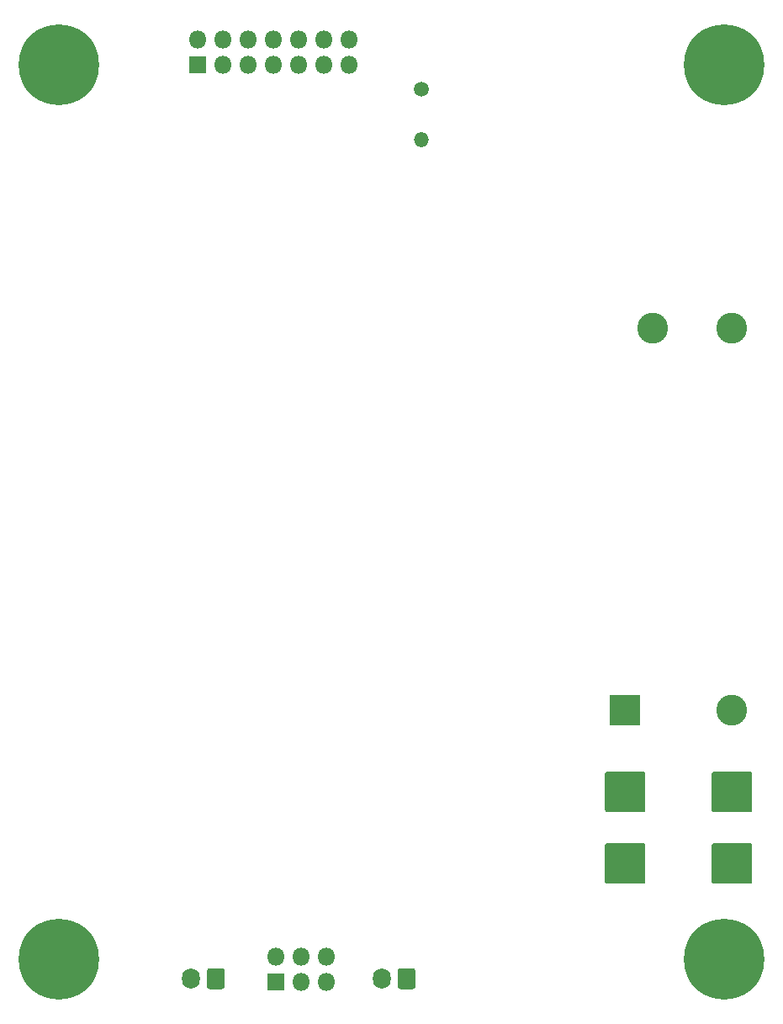
<source format=gbr>
G04 #@! TF.GenerationSoftware,KiCad,Pcbnew,(5.1.6)-1*
G04 #@! TF.CreationDate,2020-07-01T23:55:18-04:00*
G04 #@! TF.ProjectId,T-ShirtPress,542d5368-6972-4745-9072-6573732e6b69,rev?*
G04 #@! TF.SameCoordinates,Original*
G04 #@! TF.FileFunction,Soldermask,Bot*
G04 #@! TF.FilePolarity,Negative*
%FSLAX46Y46*%
G04 Gerber Fmt 4.6, Leading zero omitted, Abs format (unit mm)*
G04 Created by KiCad (PCBNEW (5.1.6)-1) date 2020-07-01 23:55:18*
%MOMM*%
%LPD*%
G01*
G04 APERTURE LIST*
%ADD10C,1.000000*%
%ADD11C,8.100000*%
%ADD12O,1.800000X2.100000*%
%ADD13C,3.100000*%
%ADD14R,3.100000X3.100000*%
%ADD15C,1.500000*%
%ADD16O,1.500000X1.500000*%
%ADD17R,1.800000X1.800000*%
%ADD18O,1.800000X1.800000*%
G04 APERTURE END LIST*
D10*
X104121320Y-122878680D03*
X102000000Y-122000000D03*
X99878680Y-122878680D03*
X99000000Y-125000000D03*
X99878680Y-127121320D03*
X102000000Y-128000000D03*
X104121320Y-127121320D03*
X105000000Y-125000000D03*
D11*
X102000000Y-125000000D03*
X102000000Y-35000000D03*
D10*
X105000000Y-35000000D03*
X104121320Y-37121320D03*
X102000000Y-38000000D03*
X99878680Y-37121320D03*
X99000000Y-35000000D03*
X99878680Y-32878680D03*
X102000000Y-32000000D03*
X104121320Y-32878680D03*
X37121320Y-32878680D03*
X35000000Y-32000000D03*
X32878680Y-32878680D03*
X32000000Y-35000000D03*
X32878680Y-37121320D03*
X35000000Y-38000000D03*
X37121320Y-37121320D03*
X38000000Y-35000000D03*
D11*
X35000000Y-35000000D03*
X35000000Y-125000000D03*
D10*
X38000000Y-125000000D03*
X37121320Y-127121320D03*
X35000000Y-128000000D03*
X32878680Y-127121320D03*
X32000000Y-125000000D03*
X32878680Y-122878680D03*
X35000000Y-122000000D03*
X37121320Y-122878680D03*
D12*
X48300000Y-127000000D03*
G36*
G01*
X51700000Y-126214706D02*
X51700000Y-127785294D01*
G75*
G02*
X51435294Y-128050000I-264706J0D01*
G01*
X50164706Y-128050000D01*
G75*
G02*
X49900000Y-127785294I0J264706D01*
G01*
X49900000Y-126214706D01*
G75*
G02*
X50164706Y-125950000I264706J0D01*
G01*
X51435294Y-125950000D01*
G75*
G02*
X51700000Y-126214706I0J-264706D01*
G01*
G37*
G36*
G01*
X70900000Y-126214706D02*
X70900000Y-127785294D01*
G75*
G02*
X70635294Y-128050000I-264706J0D01*
G01*
X69364706Y-128050000D01*
G75*
G02*
X69100000Y-127785294I0J264706D01*
G01*
X69100000Y-126214706D01*
G75*
G02*
X69364706Y-125950000I264706J0D01*
G01*
X70635294Y-125950000D01*
G75*
G02*
X70900000Y-126214706I0J-264706D01*
G01*
G37*
X67500000Y-127000000D03*
G36*
G01*
X100700000Y-109993750D02*
X100700000Y-106406250D01*
G75*
G02*
X100956250Y-106150000I256250J0D01*
G01*
X104543750Y-106150000D01*
G75*
G02*
X104800000Y-106406250I0J-256250D01*
G01*
X104800000Y-109993750D01*
G75*
G02*
X104543750Y-110250000I-256250J0D01*
G01*
X100956250Y-110250000D01*
G75*
G02*
X100700000Y-109993750I0J256250D01*
G01*
G37*
G36*
G01*
X89950000Y-109993750D02*
X89950000Y-106406250D01*
G75*
G02*
X90206250Y-106150000I256250J0D01*
G01*
X93793750Y-106150000D01*
G75*
G02*
X94050000Y-106406250I0J-256250D01*
G01*
X94050000Y-109993750D01*
G75*
G02*
X93793750Y-110250000I-256250J0D01*
G01*
X90206250Y-110250000D01*
G75*
G02*
X89950000Y-109993750I0J256250D01*
G01*
G37*
D13*
X102750000Y-61500000D03*
X102750000Y-100000000D03*
X94750000Y-61500000D03*
D14*
X92000000Y-100000000D03*
D15*
X71500000Y-37500000D03*
D16*
X71500000Y-42580000D03*
D17*
X49000000Y-35000000D03*
D18*
X49000000Y-32460000D03*
X51540000Y-35000000D03*
X51540000Y-32460000D03*
X54080000Y-35000000D03*
X54080000Y-32460000D03*
X56620000Y-35000000D03*
X56620000Y-32460000D03*
X59160000Y-35000000D03*
X59160000Y-32460000D03*
X61700000Y-35000000D03*
X61700000Y-32460000D03*
X64240000Y-35000000D03*
X64240000Y-32460000D03*
D17*
X56860000Y-127300000D03*
D18*
X56860000Y-124760000D03*
X59400000Y-127300000D03*
X59400000Y-124760000D03*
X61940000Y-127300000D03*
X61940000Y-124760000D03*
G36*
G01*
X100700000Y-117193750D02*
X100700000Y-113606250D01*
G75*
G02*
X100956250Y-113350000I256250J0D01*
G01*
X104543750Y-113350000D01*
G75*
G02*
X104800000Y-113606250I0J-256250D01*
G01*
X104800000Y-117193750D01*
G75*
G02*
X104543750Y-117450000I-256250J0D01*
G01*
X100956250Y-117450000D01*
G75*
G02*
X100700000Y-117193750I0J256250D01*
G01*
G37*
G36*
G01*
X89950000Y-117193750D02*
X89950000Y-113606250D01*
G75*
G02*
X90206250Y-113350000I256250J0D01*
G01*
X93793750Y-113350000D01*
G75*
G02*
X94050000Y-113606250I0J-256250D01*
G01*
X94050000Y-117193750D01*
G75*
G02*
X93793750Y-117450000I-256250J0D01*
G01*
X90206250Y-117450000D01*
G75*
G02*
X89950000Y-117193750I0J256250D01*
G01*
G37*
M02*

</source>
